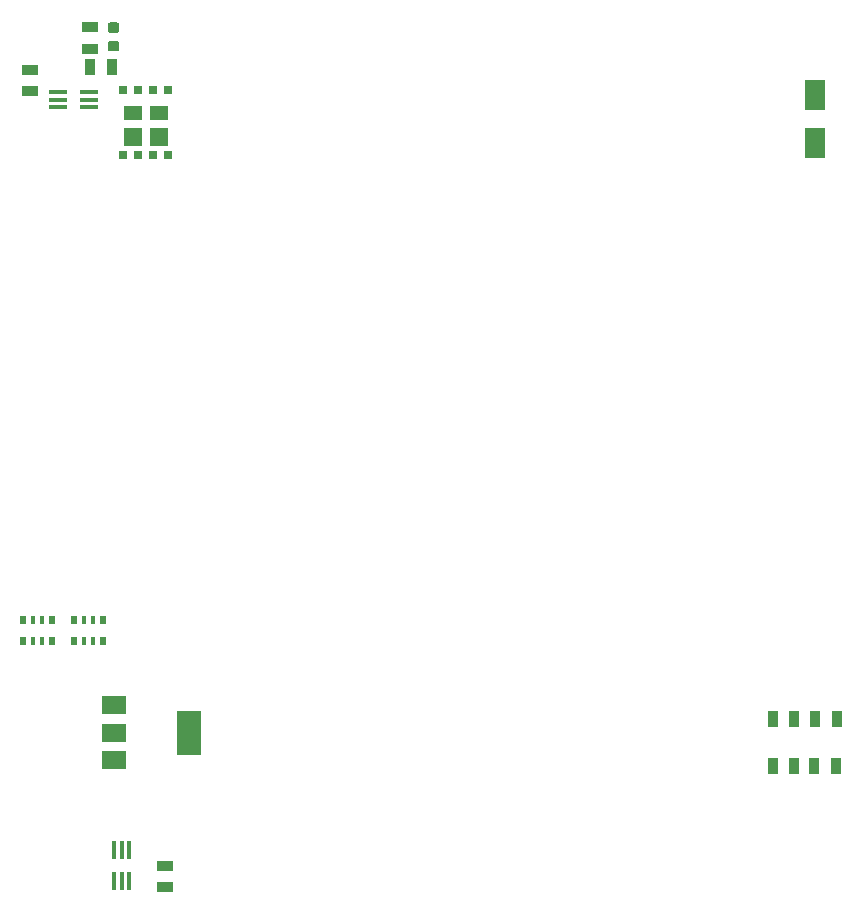
<source format=gtp>
G04 #@! TF.GenerationSoftware,KiCad,Pcbnew,5.1.4+dfsg1-1*
G04 #@! TF.CreationDate,2020-12-14T22:30:58-06:00*
G04 #@! TF.ProjectId,HotBox,486f7442-6f78-42e6-9b69-6361645f7063,2*
G04 #@! TF.SameCoordinates,Original*
G04 #@! TF.FileFunction,Paste,Top*
G04 #@! TF.FilePolarity,Positive*
%FSLAX46Y46*%
G04 Gerber Fmt 4.6, Leading zero omitted, Abs format (unit mm)*
G04 Created by KiCad (PCBNEW 5.1.4+dfsg1-1) date 2020-12-14 22:30:58*
%MOMM*%
%LPD*%
G04 APERTURE LIST*
%ADD10R,0.700000X0.800000*%
%ADD11R,1.550000X1.600000*%
%ADD12R,1.550000X1.200000*%
%ADD13C,0.100000*%
%ADD14C,0.875000*%
%ADD15R,1.350000X0.850000*%
%ADD16R,0.850000X1.350000*%
%ADD17R,1.500000X0.400000*%
%ADD18R,0.500000X0.800000*%
%ADD19R,0.400000X0.800000*%
%ADD20R,0.400000X1.500000*%
%ADD21R,2.000000X3.800000*%
%ADD22R,2.000000X1.500000*%
%ADD23R,1.800000X2.500000*%
G04 APERTURE END LIST*
D10*
X121783000Y-65083000D03*
X120513000Y-65083000D03*
X119233000Y-65083000D03*
X117963000Y-65083000D03*
X117963000Y-70583000D03*
X119233000Y-70583000D03*
X120513000Y-70583000D03*
X121783000Y-70583000D03*
D11*
X120963000Y-69083000D03*
X118783000Y-69083000D03*
D12*
X120963000Y-67083000D03*
X118783000Y-67083000D03*
D13*
G36*
X117414191Y-60958553D02*
G01*
X117435426Y-60961703D01*
X117456250Y-60966919D01*
X117476462Y-60974151D01*
X117495868Y-60983330D01*
X117514281Y-60994366D01*
X117531524Y-61007154D01*
X117547430Y-61021570D01*
X117561846Y-61037476D01*
X117574634Y-61054719D01*
X117585670Y-61073132D01*
X117594849Y-61092538D01*
X117602081Y-61112750D01*
X117607297Y-61133574D01*
X117610447Y-61154809D01*
X117611500Y-61176250D01*
X117611500Y-61613750D01*
X117610447Y-61635191D01*
X117607297Y-61656426D01*
X117602081Y-61677250D01*
X117594849Y-61697462D01*
X117585670Y-61716868D01*
X117574634Y-61735281D01*
X117561846Y-61752524D01*
X117547430Y-61768430D01*
X117531524Y-61782846D01*
X117514281Y-61795634D01*
X117495868Y-61806670D01*
X117476462Y-61815849D01*
X117456250Y-61823081D01*
X117435426Y-61828297D01*
X117414191Y-61831447D01*
X117392750Y-61832500D01*
X116880250Y-61832500D01*
X116858809Y-61831447D01*
X116837574Y-61828297D01*
X116816750Y-61823081D01*
X116796538Y-61815849D01*
X116777132Y-61806670D01*
X116758719Y-61795634D01*
X116741476Y-61782846D01*
X116725570Y-61768430D01*
X116711154Y-61752524D01*
X116698366Y-61735281D01*
X116687330Y-61716868D01*
X116678151Y-61697462D01*
X116670919Y-61677250D01*
X116665703Y-61656426D01*
X116662553Y-61635191D01*
X116661500Y-61613750D01*
X116661500Y-61176250D01*
X116662553Y-61154809D01*
X116665703Y-61133574D01*
X116670919Y-61112750D01*
X116678151Y-61092538D01*
X116687330Y-61073132D01*
X116698366Y-61054719D01*
X116711154Y-61037476D01*
X116725570Y-61021570D01*
X116741476Y-61007154D01*
X116758719Y-60994366D01*
X116777132Y-60983330D01*
X116796538Y-60974151D01*
X116816750Y-60966919D01*
X116837574Y-60961703D01*
X116858809Y-60958553D01*
X116880250Y-60957500D01*
X117392750Y-60957500D01*
X117414191Y-60958553D01*
X117414191Y-60958553D01*
G37*
D14*
X117136500Y-61395000D03*
D13*
G36*
X117414191Y-59383553D02*
G01*
X117435426Y-59386703D01*
X117456250Y-59391919D01*
X117476462Y-59399151D01*
X117495868Y-59408330D01*
X117514281Y-59419366D01*
X117531524Y-59432154D01*
X117547430Y-59446570D01*
X117561846Y-59462476D01*
X117574634Y-59479719D01*
X117585670Y-59498132D01*
X117594849Y-59517538D01*
X117602081Y-59537750D01*
X117607297Y-59558574D01*
X117610447Y-59579809D01*
X117611500Y-59601250D01*
X117611500Y-60038750D01*
X117610447Y-60060191D01*
X117607297Y-60081426D01*
X117602081Y-60102250D01*
X117594849Y-60122462D01*
X117585670Y-60141868D01*
X117574634Y-60160281D01*
X117561846Y-60177524D01*
X117547430Y-60193430D01*
X117531524Y-60207846D01*
X117514281Y-60220634D01*
X117495868Y-60231670D01*
X117476462Y-60240849D01*
X117456250Y-60248081D01*
X117435426Y-60253297D01*
X117414191Y-60256447D01*
X117392750Y-60257500D01*
X116880250Y-60257500D01*
X116858809Y-60256447D01*
X116837574Y-60253297D01*
X116816750Y-60248081D01*
X116796538Y-60240849D01*
X116777132Y-60231670D01*
X116758719Y-60220634D01*
X116741476Y-60207846D01*
X116725570Y-60193430D01*
X116711154Y-60177524D01*
X116698366Y-60160281D01*
X116687330Y-60141868D01*
X116678151Y-60122462D01*
X116670919Y-60102250D01*
X116665703Y-60081426D01*
X116662553Y-60060191D01*
X116661500Y-60038750D01*
X116661500Y-59601250D01*
X116662553Y-59579809D01*
X116665703Y-59558574D01*
X116670919Y-59537750D01*
X116678151Y-59517538D01*
X116687330Y-59498132D01*
X116698366Y-59479719D01*
X116711154Y-59462476D01*
X116725570Y-59446570D01*
X116741476Y-59432154D01*
X116758719Y-59419366D01*
X116777132Y-59408330D01*
X116796538Y-59399151D01*
X116816750Y-59391919D01*
X116837574Y-59386703D01*
X116858809Y-59383553D01*
X116880250Y-59382500D01*
X117392750Y-59382500D01*
X117414191Y-59383553D01*
X117414191Y-59383553D01*
G37*
D14*
X117136500Y-59820000D03*
D15*
X110081000Y-65228000D03*
X110081000Y-63418000D03*
D16*
X176468000Y-122333000D03*
X178278000Y-122333000D03*
X178378000Y-118333000D03*
X176568000Y-118333000D03*
D17*
X112430500Y-65260500D03*
X112430500Y-65910500D03*
X112430500Y-66560500D03*
X115090500Y-66560500D03*
X115090500Y-65910500D03*
X115090500Y-65260500D03*
D16*
X172968000Y-118333000D03*
X174778000Y-118333000D03*
X172968000Y-122333000D03*
X174778000Y-122333000D03*
D15*
X115136500Y-61612500D03*
X115136500Y-59802500D03*
D16*
X116971000Y-63180000D03*
X115161000Y-63180000D03*
D18*
X111916000Y-109968500D03*
D19*
X111116000Y-109968500D03*
D18*
X109516000Y-109968500D03*
D19*
X110316000Y-109968500D03*
D18*
X111916000Y-111768500D03*
D19*
X110316000Y-111768500D03*
X111116000Y-111768500D03*
D18*
X109516000Y-111768500D03*
X113834000Y-111768500D03*
D19*
X115434000Y-111768500D03*
X114634000Y-111768500D03*
D18*
X116234000Y-111768500D03*
D19*
X114634000Y-109968500D03*
D18*
X113834000Y-109968500D03*
D19*
X115434000Y-109968500D03*
D18*
X116234000Y-109968500D03*
D15*
X121511000Y-130791500D03*
X121511000Y-132601500D03*
D20*
X117178000Y-132074000D03*
X117828000Y-132074000D03*
X118478000Y-132074000D03*
X118478000Y-129414000D03*
X117828000Y-129414000D03*
X117178000Y-129414000D03*
D21*
X123518000Y-119504500D03*
D22*
X117218000Y-119504500D03*
X117218000Y-121804500D03*
X117218000Y-117204500D03*
D23*
X176502000Y-69561500D03*
X176502000Y-65561500D03*
M02*

</source>
